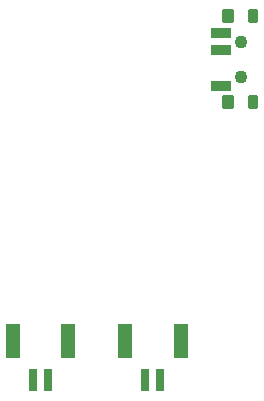
<source format=gbr>
G04 #@! TF.GenerationSoftware,KiCad,Pcbnew,(6.99.0-3982-g8d40bf25d6)*
G04 #@! TF.CreationDate,2022-10-20T10:42:07+02:00*
G04 #@! TF.ProjectId,test,74657374-2e6b-4696-9361-645f70636258,rev?*
G04 #@! TF.SameCoordinates,Original*
G04 #@! TF.FileFunction,Soldermask,Top*
G04 #@! TF.FilePolarity,Negative*
%FSLAX46Y46*%
G04 Gerber Fmt 4.6, Leading zero omitted, Abs format (unit mm)*
G04 Created by KiCad (PCBNEW (6.99.0-3982-g8d40bf25d6)) date 2022-10-20 10:42:07*
%MOMM*%
%LPD*%
G01*
G04 APERTURE LIST*
G04 Aperture macros list*
%AMRoundRect*
0 Rectangle with rounded corners*
0 $1 Rounding radius*
0 $2 $3 $4 $5 $6 $7 $8 $9 X,Y pos of 4 corners*
0 Add a 4 corners polygon primitive as box body*
4,1,4,$2,$3,$4,$5,$6,$7,$8,$9,$2,$3,0*
0 Add four circle primitives for the rounded corners*
1,1,$1+$1,$2,$3*
1,1,$1+$1,$4,$5*
1,1,$1+$1,$6,$7*
1,1,$1+$1,$8,$9*
0 Add four rect primitives between the rounded corners*
20,1,$1+$1,$2,$3,$4,$5,0*
20,1,$1+$1,$4,$5,$6,$7,0*
20,1,$1+$1,$6,$7,$8,$9,0*
20,1,$1+$1,$8,$9,$2,$3,0*%
G04 Aperture macros list end*
%ADD10RoundRect,0.051000X-0.500000X-1.400000X0.500000X-1.400000X0.500000X1.400000X-0.500000X1.400000X0*%
%ADD11RoundRect,0.051000X-0.300000X-0.900000X0.300000X-0.900000X0.300000X0.900000X-0.300000X0.900000X0*%
%ADD12RoundRect,0.101600X0.749300X-0.349250X0.749300X0.349250X-0.749300X0.349250X-0.749300X-0.349250X0*%
%ADD13RoundRect,0.101600X-0.299720X0.499110X-0.299720X-0.499110X0.299720X-0.499110X0.299720X0.499110X0*%
%ADD14RoundRect,0.101600X-0.398780X0.499110X-0.398780X-0.499110X0.398780X-0.499110X0.398780X0.499110X0*%
%ADD15C,1.102360*%
G04 APERTURE END LIST*
D10*
X48150000Y-116825000D03*
X52850000Y-116825000D03*
D11*
X51125000Y-120175000D03*
X49875000Y-120175000D03*
X59375000Y-120175000D03*
X60625000Y-120175000D03*
D10*
X62350000Y-116825000D03*
X57650000Y-116825000D03*
D12*
X65752480Y-90752100D03*
X65752480Y-92250700D03*
X65752480Y-95247900D03*
D13*
X68498220Y-89350020D03*
D14*
X66400180Y-89350020D03*
D13*
X68498220Y-96649980D03*
D14*
X66400180Y-96649980D03*
D15*
X67500000Y-91501400D03*
X67500000Y-94498600D03*
X67500000Y-94498600D03*
X67500000Y-91501400D03*
M02*

</source>
